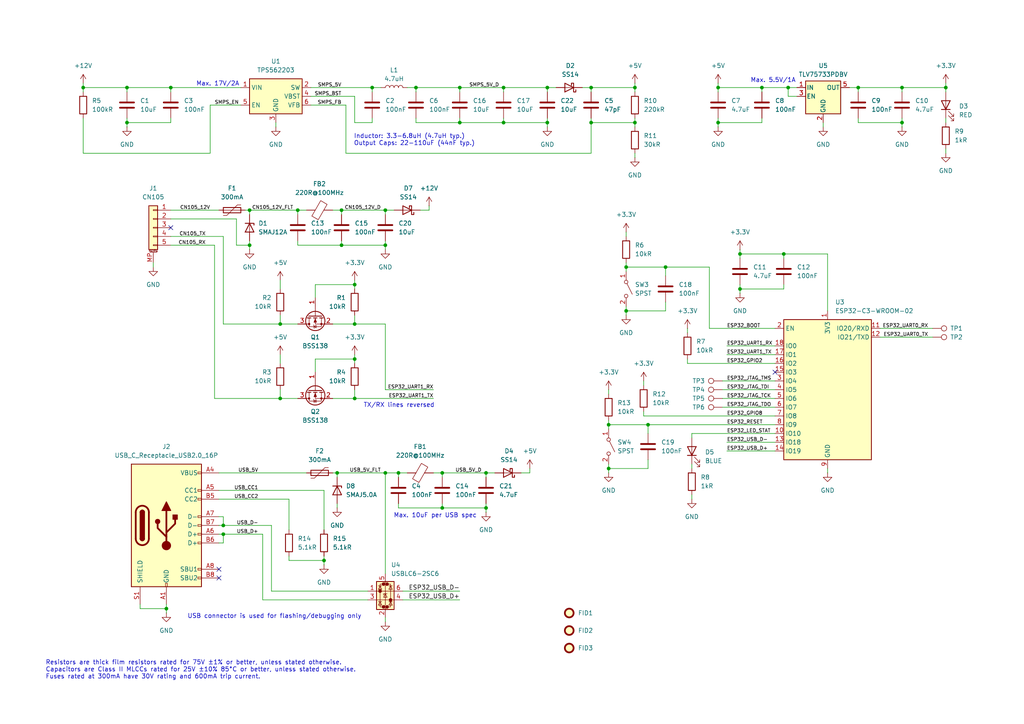
<source format=kicad_sch>
(kicad_sch (version 20231120) (generator "eeschema") (generator_version "8.0")
  (paper "A4")
  (title_block (title "${BOARD_NAME} v${BOARD_VERSION}") (date "${BUILD_TIMESTAMP}") (rev "${BOARD_REVISION}") (company "${BOARD_ENGINEER}") (comment 1 "${BUILD_COMMIT}"))
  (junction (at 115.57 137.16))
  (junction (at 81.28 115.57))
  (junction (at 208.28 25.4))
  (junction (at 181.61 77.47))
  (junction (at 81.28 93.98))
  (junction (at 111.76 137.16))
  (junction (at 128.27 147.32))
  (junction (at 120.65 25.4))
  (junction (at 228.6 25.4))
  (junction (at 261.62 35.56))
  (junction (at 111.76 71.12))
  (junction (at 102.87 115.57))
  (junction (at 193.04 77.47))
  (junction (at 146.05 25.4))
  (junction (at 146.05 35.56))
  (junction (at 36.83 25.4))
  (junction (at 171.45 35.56))
  (junction (at 111.76 60.96))
  (junction (at 176.53 123.19))
  (junction (at 128.27 137.16))
  (junction (at 208.28 35.56))
  (junction (at 133.35 25.4))
  (junction (at 72.39 60.96))
  (junction (at 64.77 154.94))
  (junction (at 36.83 35.56))
  (junction (at 220.98 25.4))
  (junction (at 140.97 137.16))
  (junction (at 107.95 25.4))
  (junction (at 133.35 35.56))
  (junction (at 176.53 135.89))
  (junction (at 102.87 93.98))
  (junction (at 181.61 90.17))
  (junction (at 102.87 104.14))
  (junction (at 184.15 35.56))
  (junction (at 158.75 35.56))
  (junction (at 97.79 137.16))
  (junction (at 99.06 60.96))
  (junction (at 102.87 82.55))
  (junction (at 93.98 162.56))
  (junction (at 187.96 123.19))
  (junction (at 140.97 147.32))
  (junction (at 274.32 25.4))
  (junction (at 72.39 71.12))
  (junction (at 214.63 83.82))
  (junction (at 64.77 152.4))
  (junction (at 171.45 25.4))
  (junction (at 261.62 25.4))
  (junction (at 248.92 25.4))
  (junction (at 48.26 176.53))
  (junction (at 49.53 25.4))
  (junction (at 86.36 60.96))
  (junction (at 184.15 25.4))
  (junction (at 214.63 73.66))
  (junction (at 227.33 73.66))
  (junction (at 158.75 25.4))
  (junction (at 24.13 25.4))
  (junction (at 99.06 71.12))
  (no_connect (at 63.5 167.64))
  (no_connect (at 49.53 66.04))
  (no_connect (at 224.79 107.95))
  (no_connect (at 63.5 165.1))
  (wire (pts (xy 60.96 30.48) (xy 60.96 44.45)))
  (wire (pts (xy 83.82 162.56) (xy 93.98 162.56)))
  (wire (pts (xy 71.12 60.96) (xy 72.39 60.96)))
  (wire (pts (xy 78.74 171.45) (xy 106.68 171.45)))
  (wire (pts (xy 133.35 34.29) (xy 133.35 35.56)))
  (wire (pts (xy 261.62 35.56) (xy 261.62 34.29)))
  (wire (pts (xy 228.6 25.4) (xy 220.98 25.4)))
  (wire (pts (xy 187.96 135.89) (xy 176.53 135.89)))
  (wire (pts (xy 102.87 81.28) (xy 102.87 82.55)))
  (wire (pts (xy 261.62 25.4) (xy 274.32 25.4)))
  (wire (pts (xy 248.92 35.56) (xy 248.92 34.29)))
  (wire (pts (xy 238.76 35.56) (xy 238.76 36.83)))
  (wire (pts (xy 116.84 171.45) (xy 133.35 171.45)))
  (wire (pts (xy 81.28 93.98) (xy 81.28 91.44)))
  (wire (pts (xy 240.03 135.89) (xy 240.03 137.16)))
  (wire (pts (xy 128.27 137.16) (xy 125.73 137.16)))
  (wire (pts (xy 49.53 68.58) (xy 64.77 68.58)))
  (wire (pts (xy 115.57 138.43) (xy 115.57 137.16)))
  (wire (pts (xy 184.15 34.29) (xy 184.15 35.56)))
  (wire (pts (xy 99.06 60.96) (xy 96.52 60.96)))
  (wire (pts (xy 102.87 27.94) (xy 102.87 35.56)))
  (wire (pts (xy 208.28 24.13) (xy 208.28 25.4)))
  (wire (pts (xy 261.62 36.83) (xy 261.62 35.56)))
  (wire (pts (xy 80.01 35.56) (xy 80.01 36.83)))
  (wire (pts (xy 90.17 25.4) (xy 107.95 25.4)))
  (wire (pts (xy 86.36 71.12) (xy 99.06 71.12)))
  (wire (pts (xy 72.39 69.85) (xy 72.39 71.12)))
  (wire (pts (xy 63.5 137.16) (xy 88.9 137.16)))
  (wire (pts (xy 171.45 25.4) (xy 184.15 25.4)))
  (wire (pts (xy 72.39 60.96) (xy 86.36 60.96)))
  (wire (pts (xy 120.65 25.4) (xy 120.65 26.67)))
  (wire (pts (xy 102.87 113.03) (xy 102.87 115.57)))
  (wire (pts (xy 91.44 82.55) (xy 102.87 82.55)))
  (wire (pts (xy 153.67 135.89) (xy 153.67 137.16)))
  (wire (pts (xy 36.83 35.56) (xy 36.83 34.29)))
  (wire (pts (xy 208.28 35.56) (xy 220.98 35.56)))
  (wire (pts (xy 24.13 25.4) (xy 36.83 25.4)))
  (wire (pts (xy 274.32 43.18) (xy 274.32 44.45)))
  (wire (pts (xy 153.67 137.16) (xy 151.13 137.16)))
  (wire (pts (xy 24.13 44.45) (xy 24.13 34.29)))
  (wire (pts (xy 114.3 60.96) (xy 111.76 60.96)))
  (wire (pts (xy 205.74 95.25) (xy 205.74 77.47)))
  (wire (pts (xy 128.27 138.43) (xy 128.27 137.16)))
  (wire (pts (xy 200.66 143.51) (xy 200.66 144.78)))
  (wire (pts (xy 63.5 152.4) (xy 64.77 152.4)))
  (wire (pts (xy 133.35 25.4) (xy 146.05 25.4)))
  (wire (pts (xy 86.36 60.96) (xy 88.9 60.96)))
  (wire (pts (xy 63.5 154.94) (xy 64.77 154.94)))
  (wire (pts (xy 140.97 146.05) (xy 140.97 147.32)))
  (wire (pts (xy 90.17 27.94) (xy 102.87 27.94)))
  (wire (pts (xy 227.33 73.66) (xy 240.03 73.66)))
  (wire (pts (xy 176.53 137.16) (xy 176.53 135.89)))
  (wire (pts (xy 81.28 102.87) (xy 81.28 105.41)))
  (wire (pts (xy 143.51 137.16) (xy 140.97 137.16)))
  (wire (pts (xy 111.76 69.85) (xy 111.76 71.12)))
  (wire (pts (xy 100.33 30.48) (xy 100.33 44.45)))
  (wire (pts (xy 261.62 35.56) (xy 248.92 35.56)))
  (wire (pts (xy 193.04 80.01) (xy 193.04 77.47)))
  (wire (pts (xy 48.26 175.26) (xy 48.26 176.53)))
  (wire (pts (xy 81.28 115.57) (xy 81.28 113.03)))
  (wire (pts (xy 102.87 91.44) (xy 102.87 93.98)))
  (wire (pts (xy 133.35 25.4) (xy 133.35 26.67)))
  (wire (pts (xy 208.28 25.4) (xy 208.28 26.67)))
  (wire (pts (xy 49.53 35.56) (xy 49.53 34.29)))
  (wire (pts (xy 102.87 35.56) (xy 107.95 35.56)))
  (wire (pts (xy 255.27 95.25) (xy 270.51 95.25)))
  (wire (pts (xy 261.62 25.4) (xy 261.62 26.67)))
  (wire (pts (xy 124.46 59.69) (xy 124.46 60.96)))
  (wire (pts (xy 102.87 93.98) (xy 96.52 93.98)))
  (wire (pts (xy 140.97 137.16) (xy 140.97 138.43)))
  (wire (pts (xy 97.79 146.05) (xy 97.79 147.32)))
  (wire (pts (xy 210.82 102.87) (xy 224.79 102.87)))
  (wire (pts (xy 111.76 71.12) (xy 99.06 71.12)))
  (wire (pts (xy 171.45 34.29) (xy 171.45 35.56)))
  (wire (pts (xy 49.53 60.96) (xy 63.5 60.96)))
  (wire (pts (xy 209.55 113.03) (xy 224.79 113.03)))
  (wire (pts (xy 64.77 157.48) (xy 64.77 154.94)))
  (wire (pts (xy 231.14 25.4) (xy 228.6 25.4)))
  (wire (pts (xy 49.53 71.12) (xy 62.23 71.12)))
  (wire (pts (xy 86.36 71.12) (xy 86.36 69.85)))
  (wire (pts (xy 100.33 44.45) (xy 171.45 44.45)))
  (wire (pts (xy 210.82 130.81) (xy 224.79 130.81)))
  (wire (pts (xy 24.13 24.13) (xy 24.13 25.4)))
  (wire (pts (xy 171.45 44.45) (xy 171.45 35.56)))
  (wire (pts (xy 186.69 120.65) (xy 224.79 120.65)))
  (wire (pts (xy 209.55 110.49) (xy 224.79 110.49)))
  (wire (pts (xy 228.6 27.94) (xy 228.6 25.4)))
  (wire (pts (xy 220.98 25.4) (xy 220.98 26.67)))
  (wire (pts (xy 214.63 73.66) (xy 214.63 74.93)))
  (wire (pts (xy 63.5 142.24) (xy 93.98 142.24)))
  (wire (pts (xy 205.74 77.47) (xy 193.04 77.47)))
  (wire (pts (xy 199.39 105.41) (xy 224.79 105.41)))
  (wire (pts (xy 40.64 176.53) (xy 48.26 176.53)))
  (wire (pts (xy 248.92 25.4) (xy 248.92 26.67)))
  (wire (pts (xy 36.83 25.4) (xy 36.83 26.67)))
  (wire (pts (xy 208.28 36.83) (xy 208.28 35.56)))
  (wire (pts (xy 200.66 134.62) (xy 200.66 135.89)))
  (wire (pts (xy 40.64 175.26) (xy 40.64 176.53)))
  (wire (pts (xy 93.98 161.29) (xy 93.98 162.56)))
  (wire (pts (xy 64.77 68.58) (xy 64.77 93.98)))
  (wire (pts (xy 255.27 97.79) (xy 270.51 97.79)))
  (wire (pts (xy 120.65 35.56) (xy 120.65 34.29)))
  (wire (pts (xy 181.61 77.47) (xy 181.61 78.74)))
  (wire (pts (xy 186.69 110.49) (xy 186.69 111.76)))
  (wire (pts (xy 90.17 30.48) (xy 100.33 30.48)))
  (wire (pts (xy 83.82 161.29) (xy 83.82 162.56)))
  (wire (pts (xy 171.45 35.56) (xy 184.15 35.56)))
  (wire (pts (xy 44.45 76.2) (xy 44.45 77.47)))
  (wire (pts (xy 68.58 63.5) (xy 68.58 71.12)))
  (wire (pts (xy 36.83 35.56) (xy 49.53 35.56)))
  (wire (pts (xy 140.97 147.32) (xy 128.27 147.32)))
  (wire (pts (xy 111.76 137.16) (xy 115.57 137.16)))
  (wire (pts (xy 158.75 25.4) (xy 158.75 26.67)))
  (wire (pts (xy 91.44 107.95) (xy 91.44 104.14)))
  (wire (pts (xy 181.61 90.17) (xy 181.61 88.9)))
  (wire (pts (xy 214.63 83.82) (xy 214.63 85.09)))
  (wire (pts (xy 184.15 25.4) (xy 184.15 24.13)))
  (wire (pts (xy 49.53 63.5) (xy 68.58 63.5)))
  (wire (pts (xy 93.98 163.83) (xy 93.98 162.56)))
  (wire (pts (xy 64.77 93.98) (xy 81.28 93.98)))
  (wire (pts (xy 214.63 83.82) (xy 214.63 82.55)))
  (wire (pts (xy 76.2 154.94) (xy 76.2 173.99)))
  (wire (pts (xy 214.63 72.39) (xy 214.63 73.66)))
  (wire (pts (xy 193.04 90.17) (xy 181.61 90.17)))
  (wire (pts (xy 200.66 125.73) (xy 200.66 127)))
  (wire (pts (xy 184.15 35.56) (xy 184.15 36.83)))
  (wire (pts (xy 36.83 25.4) (xy 49.53 25.4)))
  (wire (pts (xy 60.96 44.45) (xy 24.13 44.45)))
  (wire (pts (xy 176.53 121.92) (xy 176.53 123.19)))
  (wire (pts (xy 181.61 91.44) (xy 181.61 90.17)))
  (wire (pts (xy 115.57 147.32) (xy 115.57 146.05)))
  (wire (pts (xy 208.28 35.56) (xy 208.28 34.29)))
  (wire (pts (xy 91.44 104.14) (xy 102.87 104.14)))
  (wire (pts (xy 120.65 35.56) (xy 133.35 35.56)))
  (wire (pts (xy 36.83 36.83) (xy 36.83 35.56)))
  (wire (pts (xy 99.06 69.85) (xy 99.06 71.12)))
  (wire (pts (xy 214.63 73.66) (xy 227.33 73.66)))
  (wire (pts (xy 128.27 137.16) (xy 140.97 137.16)))
  (wire (pts (xy 120.65 25.4) (xy 133.35 25.4)))
  (wire (pts (xy 248.92 25.4) (xy 261.62 25.4)))
  (wire (pts (xy 227.33 83.82) (xy 227.33 82.55)))
  (wire (pts (xy 124.46 60.96) (xy 121.92 60.96)))
  (wire (pts (xy 49.53 25.4) (xy 49.53 26.67)))
  (wire (pts (xy 97.79 137.16) (xy 111.76 137.16)))
  (wire (pts (xy 111.76 113.03) (xy 111.76 93.98)))
  (wire (pts (xy 158.75 35.56) (xy 146.05 35.56)))
  (wire (pts (xy 214.63 83.82) (xy 227.33 83.82)))
  (wire (pts (xy 81.28 81.28) (xy 81.28 83.82)))
  (wire (pts (xy 64.77 149.86) (xy 64.77 152.4)))
  (wire (pts (xy 210.82 100.33) (xy 224.79 100.33)))
  (wire (pts (xy 102.87 115.57) (xy 96.52 115.57)))
  (wire (pts (xy 111.76 62.23) (xy 111.76 60.96)))
  (wire (pts (xy 93.98 153.67) (xy 93.98 142.24)))
  (wire (pts (xy 83.82 153.67) (xy 83.82 144.78)))
  (wire (pts (xy 209.55 115.57) (xy 224.79 115.57)))
  (wire (pts (xy 86.36 62.23) (xy 86.36 60.96)))
  (wire (pts (xy 102.87 104.14) (xy 102.87 105.41)))
  (wire (pts (xy 227.33 73.66) (xy 227.33 74.93)))
  (wire (pts (xy 115.57 147.32) (xy 128.27 147.32)))
  (wire (pts (xy 193.04 77.47) (xy 181.61 77.47)))
  (wire (pts (xy 176.53 123.19) (xy 187.96 123.19)))
  (wire (pts (xy 116.84 173.99) (xy 133.35 173.99)))
  (wire (pts (xy 176.53 123.19) (xy 176.53 124.46)))
  (wire (pts (xy 200.66 125.73) (xy 224.79 125.73)))
  (wire (pts (xy 60.96 30.48) (xy 69.85 30.48)))
  (wire (pts (xy 64.77 152.4) (xy 78.74 152.4)))
  (wire (pts (xy 78.74 152.4) (xy 78.74 171.45)))
  (wire (pts (xy 86.36 93.98) (xy 81.28 93.98)))
  (wire (pts (xy 63.5 144.78) (xy 83.82 144.78)))
  (wire (pts (xy 168.91 25.4) (xy 171.45 25.4)))
  (wire (pts (xy 118.11 25.4) (xy 120.65 25.4)))
  (wire (pts (xy 199.39 95.25) (xy 199.39 96.52)))
  (wire (pts (xy 140.97 148.59) (xy 140.97 147.32)))
  (wire (pts (xy 64.77 154.94) (xy 76.2 154.94)))
  (wire (pts (xy 158.75 34.29) (xy 158.75 35.56)))
  (wire (pts (xy 181.61 67.31) (xy 181.61 68.58)))
  (wire (pts (xy 176.53 113.03) (xy 176.53 114.3)))
  (wire (pts (xy 72.39 60.96) (xy 72.39 62.23)))
  (wire (pts (xy 187.96 123.19) (xy 224.79 123.19)))
  (wire (pts (xy 240.03 90.17) (xy 240.03 73.66)))
  (wire (pts (xy 209.55 118.11) (xy 224.79 118.11)))
  (wire (pts (xy 115.57 137.16) (xy 118.11 137.16)))
  (wire (pts (xy 96.52 137.16) (xy 97.79 137.16)))
  (wire (pts (xy 158.75 25.4) (xy 161.29 25.4)))
  (wire (pts (xy 24.13 26.67) (xy 24.13 25.4)))
  (wire (pts (xy 111.76 72.39) (xy 111.76 71.12)))
  (wire (pts (xy 107.95 25.4) (xy 110.49 25.4)))
  (wire (pts (xy 205.74 95.25) (xy 224.79 95.25)))
  (wire (pts (xy 220.98 25.4) (xy 208.28 25.4)))
  (wire (pts (xy 133.35 35.56) (xy 146.05 35.56)))
  (wire (pts (xy 220.98 35.56) (xy 220.98 34.29)))
  (wire (pts (xy 49.53 25.4) (xy 69.85 25.4)))
  (wire (pts (xy 99.06 60.96) (xy 111.76 60.96)))
  (wire (pts (xy 111.76 179.07) (xy 111.76 180.34)))
  (wire (pts (xy 111.76 137.16) (xy 111.76 166.37)))
  (wire (pts (xy 72.39 71.12) (xy 72.39 72.39)))
  (wire (pts (xy 102.87 82.55) (xy 102.87 83.82)))
  (wire (pts (xy 111.76 113.03) (xy 125.73 113.03)))
  (wire (pts (xy 102.87 115.57) (xy 125.73 115.57)))
  (wire (pts (xy 68.58 71.12) (xy 72.39 71.12)))
  (wire (pts (xy 107.95 25.4) (xy 107.95 26.67)))
  (wire (pts (xy 97.79 137.16) (xy 97.79 138.43)))
  (wire (pts (xy 158.75 36.83) (xy 158.75 35.56)))
  (wire (pts (xy 274.32 34.29) (xy 274.32 35.56)))
  (wire (pts (xy 231.14 27.94) (xy 228.6 27.94)))
  (wire (pts (xy 274.32 25.4) (xy 274.32 26.67)))
  (wire (pts (xy 184.15 44.45) (xy 184.15 45.72)))
  (wire (pts (xy 187.96 123.19) (xy 187.96 125.73)))
  (wire (pts (xy 186.69 119.38) (xy 186.69 120.65)))
  (wire (pts (xy 48.26 176.53) (xy 48.26 177.8)))
  (wire (pts (xy 210.82 128.27) (xy 224.79 128.27)))
  (wire (pts (xy 184.15 25.4) (xy 184.15 26.67)))
  (wire (pts (xy 193.04 87.63) (xy 193.04 90.17)))
  (wire (pts (xy 86.36 115.57) (xy 81.28 115.57)))
  (wire (pts (xy 187.96 133.35) (xy 187.96 135.89)))
  (wire (pts (xy 107.95 35.56) (xy 107.95 34.29)))
  (wire (pts (xy 62.23 115.57) (xy 81.28 115.57)))
  (wire (pts (xy 62.23 71.12) (xy 62.23 115.57)))
  (wire (pts (xy 111.76 93.98) (xy 102.87 93.98)))
  (wire (pts (xy 63.5 157.48) (xy 64.77 157.48)))
  (wire (pts (xy 63.5 149.86) (xy 64.77 149.86)))
  (wire (pts (xy 181.61 76.2) (xy 181.61 77.47)))
  (wire (pts (xy 91.44 86.36) (xy 91.44 82.55)))
  (wire (pts (xy 176.53 134.62) (xy 176.53 135.89)))
  (wire (pts (xy 128.27 146.05) (xy 128.27 147.32)))
  (wire (pts (xy 171.45 25.4) (xy 171.45 26.67)))
  (wire (pts (xy 99.06 62.23) (xy 99.06 60.96)))
  (wire (pts (xy 246.38 25.4) (xy 248.92 25.4)))
  (wire (pts (xy 102.87 102.87) (xy 102.87 104.14)))
  (wire (pts (xy 274.32 25.4) (xy 274.32 24.13)))
  (wire (pts (xy 76.2 173.99) (xy 106.68 173.99)))
  (wire (pts (xy 199.39 104.14) (xy 199.39 105.41)))
  (wire (pts (xy 146.05 25.4) (xy 158.75 25.4)))
  (wire (pts (xy 146.05 25.4) (xy 146.05 26.67)))
  (wire (pts (xy 146.05 34.29) (xy 146.05 35.56)))
  (text "TX/RX lines reversed" (at 105.41 117.602 0) (effects (font (size 1.27 1.27)) (justify left)))
  (text "Max. 17V/2A" (at 56.896 24.384 0) (effects (font (size 1.27 1.27)) (justify left)))
  (text "Inductor: 3.3-6.8uH (4.7uH typ.)\nOutput Caps: 22-110uF (44nF typ.)\n\n" (at 102.616 41.656 0) (effects (font (size 1.27 1.27)) (justify left)))
  (text "Max. 10uF per USB spec" (at 126.238 149.606 0) (effects (font (size 1.27 1.27))))
  (text "USB connector is used for flashing/debugging only" (at 54.356 178.816 0) (effects (font (size 1.27 1.27)) (justify left)))
  (text "Max. 5.5V/1A" (at 217.678 23.368 0) (effects (font (size 1.27 1.27)) (justify left)))
  (text "Resistors are thick film resistors rated for 75V ±1% or better, unless stated otherwise.\nCapacitors are Class II MLCCs rated for 25V ±10% 85°C or better, unless stated otherwise.\nFuses rated at 300mA have 30V rating and 600mA trip current." (at 13.208 194.31 0) (effects (font (size 1.27 1.27)) (justify left)))
  (label "CN105_12V_D" (at 110.49 60.96 180) (effects (font (size 1.016 1.016))))
  (label "USB_5V" (at 74.93 137.16 180) (effects (font (size 1.016 1.016))))
  (label "USB_5V_FLT" (at 110.49 137.16 180) (effects (font (size 1.016 1.016))))
  (label "USB_5V_D" (at 139.7 137.16 180) (effects (font (size 1.016 1.016))))
  (label "ESP32_BOOT" (at 210.82 95.25 0) (effects (font (size 1.016 1.016))))
  (label "ESP32_JTAG_TCK" (at 210.82 115.57 0) (effects (font (size 1.016 1.016))))
  (label "CN105_12V_FLT" (at 85.09 60.96 180) (effects (font (size 1.016 1.016))))
  (label "ESP32_GPIO8" (at 210.82 120.65 0) (effects (font (size 1.016 1.016))))
  (label "CN105_RX" (at 59.69 71.12 180) (effects (font (size 1.016 1.016))))
  (label "ESP32_GPIO2" (at 210.82 105.41 0) (effects (font (size 1.016 1.016))))
  (label "CN105_12V" (at 60.96 60.96 180) (effects (font (size 1.016 1.016))))
  (label "USB_D+" (at 74.93 154.94 180) (effects (font (size 1.016 1.016))))
  (label "SMPS_FB" (at 99.06 30.48 180) (effects (font (size 1.016 1.016))))
  (label "USB_CC1" (at 74.93 142.24 180) (effects (font (size 1.016 1.016))))
  (label "ESP32_JTAG_TMS" (at 210.82 110.49 0) (effects (font (size 1.016 1.016))))
  (label "ESP32_JTAG_TDO" (at 210.82 118.11 0) (effects (font (size 1.016 1.016))))
  (label "SMPS_EN" (at 62.23 30.48 0) (effects (font (size 1.016 1.016))))
  (label "CN105_TX" (at 59.69 68.58 180) (effects (font (size 1.016 1.016))))
  (label "SMPS_BST" (at 99.06 27.94 180) (effects (font (size 1.016 1.016))))
  (label "SMPS_5V_D" (at 144.78 25.4 180) (effects (font (size 1.016 1.016))))
  (label "ESP32_UART1_RX" (at 125.73 113.03 180) (effects (font (size 1.016 1.016))))
  (label "ESP32_UART0_TX" (at 269.24 97.79 180) (effects (font (size 1.016 1.016))))
  (label "ESP32_USB_D+" (at 210.82 130.81 0) (effects (font (size 1.016 1.016))))
  (label "ESP32_UART1_TX" (at 210.82 102.87 0) (effects (font (size 1.016 1.016))))
  (label "ESP32_UART0_RX" (at 269.24 95.25 180) (effects (font (size 1.016 1.016))))
  (label "ESP32_UART1_TX" (at 125.73 115.57 180) (effects (font (size 1.016 1.016))))
  (label "ESP32_USB_D-" (at 210.82 128.27 0) (effects (font (size 1.016 1.016))))
  (label "USB_CC2" (at 74.93 144.78 180) (effects (font (size 1.016 1.016))))
  (label "ESP32_LED_STAT" (at 210.82 125.73 0) (effects (font (size 1.016 1.016))))
  (label "USB_D-" (at 74.93 152.4 180) (effects (font (size 1.016 1.016))))
  (label "ESP32_JTAG_TDI" (at 210.82 113.03 0) (effects (font (size 1.016 1.016))))
  (label "SMPS_5V" (at 99.06 25.4 180) (effects (font (size 1.016 1.016))))
  (label "ESP32_UART1_RX" (at 210.82 100.33 0) (effects (font (size 1.016 1.016))))
  (label "ESP32_RESET" (at 210.82 123.19 0) (effects (font (size 1.016 1.016))))
  (label "ESP32_USB_D-" (at 133.35 171.45 180))
  (label "ESP32_USB_D+" (at 133.35 173.99 180))
  (symbol (lib_id "Device:R") (at 24.13 30.48 0) (unit 1)
    (property "Reference" "R5" (at 26.67 29.2099 0) (effects (justify left)))
    (property "Value" "100kR" (at 26.67 31.7499 0) (effects (justify left)))
    (property "Footprint" "Resistor_SMD:R_0603_1608Metric" (effects (hide yes)))
    (property "Datasheet" "https://www.lcsc.com/datasheet/lcsc_datasheet_1809281124_YAGEO-RC0603FR-07100KL_C14675.pdf" (effects (hide yes)))
    (property "Description" "Resistor" (effects (hide yes)))
    (property "Distributor" "LCSC" (effects (hide yes)))
    (property "Distributor Part Number" "C14675" (effects (hide yes)))
    (property "Manufacturer" "YAGEO" (effects (hide yes)))
    (property "Manufacturer Part Number" "RC0603FR-07100KL" (effects (hide yes)))
  )
  (symbol (lib_id "power:GND") (at 36.83 36.83 0) (unit 1)
    (property "Reference" "#PWR018" (effects (hide yes)))
    (property "Value" "GND" (at 36.83 41.91 0))
    (property "Description" "Power symbol creates a global label with name \"GND\" , ground" (effects (hide yes)))
  )
  (symbol (lib_id "power:+5V") (at 184.15 24.13 0) (unit 1)
    (property "Reference" "#PWR010" (effects (hide yes)))
    (property "Value" "+5V" (at 184.15 19.05 0))
    (property "Description" "Power symbol creates a global label with name \"+5V\"" (effects (hide yes)))
  )
  (symbol (lib_id "Device:C") (at 261.62 30.48 0) (unit 1)
    (property "Reference" "C10" (at 265.43 29.2099 0) (effects (justify left)))
    (property "Value" "4.7uF" (at 265.43 31.7499 0) (effects (justify left)))
    (property "Footprint" "Capacitor_SMD:C_0603_1608Metric" (effects (hide yes)))
    (property "Datasheet" "https://www.lcsc.com/datasheet/lcsc_datasheet_2412232101_Murata-Electronics-GRM188R61E475KE11D_C90057.pdf" (effects (hide yes)))
    (property "Description" "Unpolarized capacitor" (effects (hide yes)))
    (property "Distributor" "LCSC" (effects (hide yes)))
    (property "Distributor Part Number" "C90057" (effects (hide yes)))
    (property "Manufacturer" "Murata Electronics" (effects (hide yes)))
    (property "Manufacturer Part Number" "GRM188R61E475KE11D" (effects (hide yes)))
  )
  (symbol (lib_id "Device:C") (at 171.45 30.48 0) (unit 1)
    (property "Reference" "C5" (at 175.26 29.2099 0) (effects (justify left)))
    (property "Value" "47pF" (at 175.26 31.7499 0) (effects (justify left)))
    (property "Footprint" "Capacitor_SMD:C_0603_1608Metric" (effects (hide yes)))
    (property "Datasheet" "https://www.lcsc.com/datasheet/lcsc_datasheet_2304140030_Samsung-Electro-Mechanics-CL10C470JB8NNNC_C1671.pdf" (effects (hide yes)))
    (property "Description" "Unpolarized capacitor" (effects (hide yes)))
    (property "Distributor" "LCSC" (effects (hide yes)))
    (property "Distributor Part Number" "C1671" (effects (hide yes)))
    (property "Manufacturer" "Samsung Electro-Mechanics" (effects (hide yes)))
    (property "Manufacturer Part Number" "CL10C470JB8NNNC" (effects (hide yes)))
  )
  (symbol (lib_id "Device:R") (at 200.66 139.7 0) (unit 1)
    (property "Reference" "R8" (at 203.2 138.4299 0) (effects (justify left)))
    (property "Value" "1kR" (at 203.2 140.9699 0) (effects (justify left)))
    (property "Footprint" "Resistor_SMD:R_0603_1608Metric" (effects (hide yes)))
    (property "Datasheet" "https://www.lcsc.com/datasheet/lcsc_datasheet_2304140030_YAGEO-RC0603FR-071KL_C22548.pdf" (effects (hide yes)))
    (property "Description" "Resistor" (effects (hide yes)))
    (property "Distributor" "LCSC" (effects (hide yes)))
    (property "Distributor Part Number" "C22548" (effects (hide yes)))
    (property "Manufacturer" "YAGEO" (effects (hide yes)))
    (property "Manufacturer Part Number" "RC0603FR-071KL" (effects (hide yes)))
  )
  (symbol (lib_id "power:GND") (at 238.76 36.83 0) (unit 1)
    (property "Reference" "#PWR08" (effects (hide yes)))
    (property "Value" "GND" (at 238.76 41.91 0))
    (property "Description" "Power symbol creates a global label with name \"GND\" , ground" (effects (hide yes)))
  )
  (symbol (lib_id "Mechanical:Fiducial") (at 165.1 177.8 270) (unit 1) (exclude_from_sim yes) (in_bom no)
    (property "Reference" "FID1" (at 167.64 177.7999 90) (effects (justify left)))
    (property "Value" "Fiducial" (effects (hide yes)))
    (property "Footprint" "Fiducial:Fiducial_1mm_Mask2mm" (effects (hide yes)))
    (property "Description" "Fiducial Marker" (effects (hide yes)))
  )
  (symbol (lib_id "power:GND") (at 97.79 147.32 0) (unit 1)
    (property "Reference" "#PWR035" (effects (hide yes)))
    (property "Value" "GND" (at 97.79 152.4 0))
    (property "Description" "Power symbol creates a global label with name \"GND\" , ground" (effects (hide yes)))
  )
  (symbol (lib_id "Device:C") (at 120.65 30.48 0) (unit 1)
    (property "Reference" "C6" (at 124.46 29.2099 0) (effects (justify left)))
    (property "Value" "100nF" (at 124.46 31.7499 0) (effects (justify left)))
    (property "Footprint" "Capacitor_SMD:C_0603_1608Metric" (effects (hide yes)))
    (property "Datasheet" "https://www.lcsc.com/datasheet/lcsc_datasheet_2409272231_YAGEO-CC0603JRX7R9BB104_C91183.pdf" (effects (hide yes)))
    (property "Description" "Unpolarized capacitor" (effects (hide yes)))
    (property "Distributor" "LCSC" (effects (hide yes)))
    (property "Distributor Part Number" "C91183" (effects (hide yes)))
    (property "Manufacturer" "YAGEO" (effects (hide yes)))
    (property "Manufacturer Part Number" "CC0603JRX7R9BB104" (effects (hide yes)))
  )
  (symbol (lib_id "Device:C") (at 111.76 66.04 0) (unit 1)
    (property "Reference" "C20" (at 115.57 64.7699 0) (effects (justify left)))
    (property "Value" "10uF" (at 115.57 67.3099 0) (effects (justify left)))
    (property "Footprint" "Capacitor_SMD:C_0603_1608Metric" (effects (hide yes)))
    (property "Datasheet" "https://www.lcsc.com/datasheet/lcsc_datasheet_2409301202_Murata-Electronics-GRM188R61E106KA73D_C344022.pdf" (effects (hide yes)))
    (property "Description" "Unpolarized capacitor" (effects (hide yes)))
    (property "Distributor" "LCSC" (effects (hide yes)))
    (property "Distributor Part Number" "C344022" (effects (hide yes)))
    (property "Manufacturer" "Murata Electronics" (effects (hide yes)))
    (property "Manufacturer Part Number" "GRM188R61E106KA73D" (effects (hide yes)))
  )
  (symbol (lib_id "Device:C") (at 36.83 30.48 0) (unit 1)
    (property "Reference" "C1" (at 40.64 29.2099 0) (effects (justify left)))
    (property "Value" "10uF" (at 40.64 31.7499 0) (effects (justify left)))
    (property "Footprint" "Capacitor_SMD:C_0603_1608Metric" (effects (hide yes)))
    (property "Datasheet" "https://www.lcsc.com/datasheet/lcsc_datasheet_2409301202_Murata-Electronics-GRM188R61E106KA73D_C344022.pdf" (effects (hide yes)))
    (property "Description" "Unpolarized capacitor" (effects (hide yes)))
    (property "Distributor" "LCSC" (effects (hide yes)))
    (property "Distributor Part Number" "C344022" (effects (hide yes)))
    (property "Manufacturer" "Murata Electronics" (effects (hide yes)))
    (property "Manufacturer Part Number" "GRM188R61E106KA73D" (effects (hide yes)))
  )
  (symbol (lib_id "Device:C") (at 227.33 78.74 0) (unit 1)
    (property "Reference" "C12" (at 231.14 77.4699 0) (effects (justify left)))
    (property "Value" "100nF" (at 231.14 80.0099 0) (effects (justify left)))
    (property "Footprint" "Capacitor_SMD:C_0603_1608Metric" (effects (hide yes)))
    (property "Datasheet" "https://www.lcsc.com/datasheet/lcsc_datasheet_2409272231_YAGEO-CC0603JRX7R9BB104_C91183.pdf" (effects (hide yes)))
    (property "Description" "Unpolarized capacitor" (effects (hide yes)))
    (property "Distributor" "LCSC" (effects (hide yes)))
    (property "Distributor Part Number" "C91183" (effects (hide yes)))
    (property "Manufacturer" "YAGEO" (effects (hide yes)))
    (property "Manufacturer Part Number" "CC0603JRX7R9BB104" (effects (hide yes)))
  )
  (symbol (lib_id "Device:R") (at 184.15 40.64 0) (unit 1)
    (property "Reference" "R11" (at 186.69 39.3699 0) (effects (justify left)))
    (property "Value" "30kR" (at 186.69 41.9099 0) (effects (justify left)))
    (property "Footprint" "Resistor_SMD:R_0603_1608Metric" (effects (hide yes)))
    (property "Datasheet" "https://www.lcsc.com/datasheet/lcsc_datasheet_2304140030_YAGEO-RC0603FR-0730RL_C128060.pdf" (effects (hide yes)))
    (property "Description" "Resistor" (effects (hide yes)))
    (property "Distributor" "LCSC" (effects (hide yes)))
    (property "Distributor Part Number" "C128060" (effects (hide yes)))
    (property "Manufacturer" "YAGEO" (effects (hide yes)))
    (property "Manufacturer Part Number" "RC0603FR-0730RL" (effects (hide yes)))
  )
  (symbol (lib_id "Device:C") (at 86.36 66.04 0) (unit 1)
    (property "Reference" "C13" (at 90.17 64.7699 0) (effects (justify left)))
    (property "Value" "100nF" (at 90.17 67.3099 0) (effects (justify left)))
    (property "Footprint" "Capacitor_SMD:C_0603_1608Metric" (effects (hide yes)))
    (property "Datasheet" "https://www.lcsc.com/datasheet/lcsc_datasheet_2409272231_YAGEO-CC0603JRX7R9BB104_C91183.pdf" (effects (hide yes)))
    (property "Description" "Unpolarized capacitor" (effects (hide yes)))
    (property "Distributor" "LCSC" (effects (hide yes)))
    (property "Distributor Part Number" "C91183" (effects (hide yes)))
    (property "Manufacturer" "YAGEO" (effects (hide yes)))
    (property "Manufacturer Part Number" "CC0603JRX7R9BB104" (effects (hide yes)))
  )
  (symbol (lib_id "Device:FerriteBead") (at 92.71 60.96 90) (unit 1)
    (property "Reference" "FB2" (at 92.6592 53.34 90))
    (property "Value" "220R@100MHz" (at 92.6592 55.88 90))
    (property "Footprint" "Inductor_SMD:L_0805_2012Metric" (effects (hide yes)))
    (property "Datasheet" "https://www.lcsc.com/datasheet/lcsc_datasheet_2304140030_Murata-Electronics-BLM21PG221SN1D_C85840.pdf" (effects (hide yes)))
    (property "Description" "Ferrite bead" (effects (hide yes)))
    (property "Distributor" "LCSC" (effects (hide yes)))
    (property "Distributor Part Number" "C85840" (effects (hide yes)))
    (property "Manufacturer" "Murata Electronics" (effects (hide yes)))
    (property "Manufacturer Part Number" "BLM21PG221SN1D" (effects (hide yes)))
  )
  (symbol (lib_id "Device:C") (at 140.97 142.24 0) (unit 1)
    (property "Reference" "C21" (at 144.78 140.9699 0) (effects (justify left)))
    (property "Value" "4.7uF" (at 144.78 143.5099 0) (effects (justify left)))
    (property "Footprint" "Capacitor_SMD:C_0603_1608Metric" (effects (hide yes)))
    (property "Datasheet" "https://www.lcsc.com/datasheet/lcsc_datasheet_2412232101_Murata-Electronics-GRM188R61E475KE11D_C90057.pdf" (effects (hide yes)))
    (property "Description" "Unpolarized capacitor" (effects (hide yes)))
    (property "Distributor" "LCSC" (effects (hide yes)))
    (property "Distributor Part Number" "C90057" (effects (hide yes)))
    (property "Manufacturer" "Murata Electronics" (effects (hide yes)))
    (property "Manufacturer Part Number" "GRM188R61E475KE11D" (effects (hide yes)))
  )
  (symbol (lib_id "Device:R") (at 81.28 109.22 0) (mirror y) (unit 1)
    (property "Reference" "R3" (at 78.74 107.9499 0) (effects (justify left)))
    (property "Value" "10kR" (at 78.74 110.4899 0) (effects (justify left)))
    (property "Footprint" "Resistor_SMD:R_0603_1608Metric" (effects (hide yes)))
    (property "Datasheet" "https://www.lcsc.com/datasheet/lcsc_datasheet_2304140030_YAGEO-RC0603FR-0710KL_C98220.pdf" (effects (hide yes)))
    (property "Description" "Resistor" (effects (hide yes)))
    (property "Distributor" "LCSC" (effects (hide yes)))
    (property "Distributor Part Number" "C98220" (effects (hide yes)))
    (property "Manufacturer" "YAGEO" (effects (hide yes)))
    (property "Manufacturer Part Number" "RC0603FR-0710KL" (effects (hide yes)))
  )
  (symbol (lib_id "Device:D_Schottky") (at 165.1 25.4 180) (unit 1)
    (property "Reference" "D2" (at 165.4175 19.05 0))
    (property "Value" "SS14" (at 165.4175 21.59 0))
    (property "Footprint" "Diode_SMD:D_SMA" (effects (hide yes)))
    (property "Datasheet" "https://www.lcsc.com/datasheet/lcsc_datasheet_2410010231_onsemi-SS14_C83852.pdf" (effects (hide yes)))
    (property "Description" "Schottky diode" (effects (hide yes)))
    (property "Distributor" "LCSC" (effects (hide yes)))
    (property "Distributor Part Number" "C83852" (effects (hide yes)))
    (property "Manufacturer" "onsemi" (effects (hide yes)))
    (property "Manufacturer Part Number" "SS14" (effects (hide yes)))
  )
  (symbol (lib_id "power:GND") (at 240.03 137.16 0) (unit 1)
    (property "Reference" "#PWR06" (effects (hide yes)))
    (property "Value" "GND" (at 240.03 142.24 0))
    (property "Description" "Power symbol creates a global label with name \"GND\" , ground" (effects (hide yes)))
  )
  (symbol (lib_id "power:GND") (at 80.01 36.83 0) (unit 1)
    (property "Reference" "#PWR05" (effects (hide yes)))
    (property "Value" "GND" (at 80.01 41.91 0))
    (property "Description" "Power symbol creates a global label with name \"GND\" , ground" (effects (hide yes)))
  )
  (symbol (lib_id "Regulator_Switching:TPS562203") (at 80.01 27.94 0) (unit 1)
    (property "Reference" "U1" (at 80.01 17.78 0))
    (property "Value" "TPS562203" (at 80.01 20.32 0))
    (property "Footprint" "Package_TO_SOT_SMD:SOT-563" (effects (hide yes)))
    (property "Datasheet" "https://www.ti.com/lit/ds/symlink/tps562203.pdf" (effects (hide yes)))
    (property "Description" "2A Synchronous Step-Down Voltage Regulator 600kHz, Adjustable Output Voltage, 4.5-17V Input Voltage, 0.6V-7V Output Voltage, SOT-563" (effects (hide yes)))
    (property "Distributor" "LCSC" (effects (hide yes)))
    (property "Distributor Part Number" "C22445511" (effects (hide yes)))
    (property "Manufacturer" "Texas Instruments" (effects (hide yes)))
    (property "Manufacturer Part Number" "TPS562203DRLR" (effects (hide yes)))
  )
  (symbol (lib_id "RF_Module:ESP32-C3-WROOM-02") (at 240.03 113.03 0) (unit 1)
    (property "Reference" "U3" (at 242.2241 87.63 0) (effects (justify left)))
    (property "Value" "ESP32-C3-WROOM-02" (at 242.2241 90.17 0) (effects (justify left)))
    (property "Footprint" "RF_Module:ESP32-C3-WROOM-02" (effects (hide yes)))
    (property "Datasheet" "https://www.espressif.com/sites/default/files/documentation/esp32-c3-wroom-02_datasheet_en.pdf" (effects (hide yes)))
    (property "Description" "802.11 b/g/n Wi­Fi and Bluetooth 5 module, ESP32­C3 SoC, RISC­V microprocessor, On-board antenna" (effects (hide yes)))
    (property "Distributor" "LCSC" (effects (hide yes)))
    (property "Distributor Part Number" "C2934560" (effects (hide yes)))
    (property "Manufacturer" "Espressif Systems" (effects (hide yes)))
    (property "Manufacturer Part Number" "ESP32-C3-WROOM-02-N4" (effects (hide yes)))
  )
  (symbol (lib_id "Device:R") (at 184.15 30.48 0) (unit 1)
    (property "Reference" "R10" (at 186.69 29.2099 0) (effects (justify left)))
    (property "Value" "220kR" (at 186.69 31.7499 0) (effects (justify left)))
    (property "Footprint" "Resistor_SMD:R_0603_1608Metric" (effects (hide yes)))
    (property "Datasheet" "https://www.lcsc.com/datasheet/lcsc_datasheet_2304140030_YAGEO-RC0603FR-07220RL_C107696.pdf" (effects (hide yes)))
    (property "Description" "Resistor" (effects (hide yes)))
    (property "Distributor" "LCSC" (effects (hide yes)))
    (property "Distributor Part Number" "C107696" (effects (hide yes)))
    (property "Manufacturer" "YAGEO" (effects (hide yes)))
    (property "Manufacturer Part Number" "RC0603FR-07220RL" (effects (hide yes)))
  )
  (symbol (lib_id "Connector:TestPoint") (at 209.55 113.03 90) (mirror x) (unit 1)
    (property "Reference" "TP4" (at 204.47 113.0299 90) (effects (justify left)))
    (property "Value" "TestPoint" (effects (hide yes)))
    (property "Footprint" "TestPoint:TestPoint_Pad_D1.0mm" (effects (hide yes)))
    (property "Description" "test point" (effects (hide yes)))
  )
  (symbol (lib_id "Power_Protection:USBLC6-2SC6") (at 111.76 171.45 0) (unit 1)
    (property "Reference" "U4" (at 113.4111 163.83 0) (effects (justify left)))
    (property "Value" "USBLC6-2SC6" (at 113.4111 166.37 0) (effects (justify left)))
    (property "Footprint" "Package_TO_SOT_SMD:SOT-23-6" (effects (hide yes)))
    (property "Datasheet" "https://www.st.com/resource/en/datasheet/usblc6-2.pdf" (effects (hide yes)))
    (property "Description" "Very low capacitance ESD protection diode, 2 data-line, SOT-23-6" (effects (hide yes)))
    (property "Distributor" "LCSC" (effects (hide yes)))
    (property "Distributor Part Number" "C7519" (effects (hide yes)))
    (property "Manufacturer" "STMicroelectronics" (effects (hide yes)))
    (property "Manufacturer Part Number" "USBLC6-2SC6" (effects (hide yes)))
  )
  (symbol (lib_id "Regulator_Linear:TLV75733PDBV") (at 238.76 27.94 0) (unit 1)
    (property "Reference" "U5" (at 238.76 19.05 0))
    (property "Value" "TLV75733PDBV" (at 238.76 21.59 0))
    (property "Footprint" "Package_TO_SOT_SMD:SOT-23-5" (effects (hide yes)))
    (property "Datasheet" "https://www.ti.com/lit/ds/symlink/tlv757p.pdf" (effects (hide yes)))
    (property "Description" "1A Low IQ Small Size Low Dropout Voltage Regulator, Fixed Output 3.3V, SOT-23-5" (effects (hide yes)))
    (property "Distributor" "LCSC" (effects (hide yes)))
    (property "Distributor Part Number" "C485517" (effects (hide yes)))
    (property "Manufacturer" "Texas Instruments" (effects (hide yes)))
    (property "Manufacturer Part Number" "TLV75733PDBVR" (effects (hide yes)))
  )
  (symbol (lib_id "Device:C") (at 49.53 30.48 0) (unit 1)
    (property "Reference" "C3" (at 53.34 29.2099 0) (effects (justify left)))
    (property "Value" "100nF" (at 53.34 31.7499 0) (effects (justify left)))
    (property "Footprint" "Capacitor_SMD:C_0603_1608Metric" (effects (hide yes)))
    (property "Datasheet" "https://www.lcsc.com/datasheet/lcsc_datasheet_2409272231_YAGEO-CC0603JRX7R9BB104_C91183.pdf" (effects (hide yes)))
    (property "Description" "Unpolarized capacitor" (effects (hide yes)))
    (property "Distributor" "LCSC" (effects (hide yes)))
    (property "Distributor Part Number" "C91183" (effects (hide yes)))
    (property "Manufacturer" "YAGEO" (effects (hide yes)))
    (property "Manufacturer Part Number" "CC0603JRX7R9BB104" (effects (hide yes)))
  )
  (symbol (lib_id "Mechanical:Fiducial") (at 165.1 182.88 270) (unit 1) (exclude_from_sim yes) (in_bom no)
    (property "Reference" "FID2" (at 167.64 182.8799 90) (effects (justify left)))
    (property "Value" "Fiducial" (effects (hide yes)))
    (property "Footprint" "Fiducial:Fiducial_1mm_Mask2mm" (effects (hide yes)))
    (property "Description" "Fiducial Marker" (effects (hide yes)))
  )
  (symbol (lib_id "Connector:TestPoint") (at 270.51 97.79 270) (unit 1)
    (property "Reference" "TP2" (at 275.59 97.7899 90) (effects (justify left)))
    (property "Value" "TestPoint" (effects (hide yes)))
    (property "Footprint" "TestPoint:TestPoint_Pad_D1.0mm" (effects (hide yes)))
    (property "Description" "test point" (effects (hide yes)))
  )
  (symbol (lib_id "Device:R") (at 93.98 157.48 0) (unit 1)
    (property "Reference" "R15" (at 96.52 156.2099 0) (effects (justify left)))
    (property "Value" "5.1kR" (at 96.52 158.7499 0) (effects (justify left)))
    (property "Footprint" "Resistor_SMD:R_0603_1608Metric" (effects (hide yes)))
    (property "Datasheet" "https://www.lcsc.com/datasheet/lcsc_datasheet_2304140030_YAGEO-RC0603FR-075K1L_C105580.pdf" (effects (hide yes)))
    (property "Description" "Resistor" (effects (hide yes)))
    (property "Distributor" "LCSC" (effects (hide yes)))
    (property "Distributor Part Number" "C105580" (effects (hide yes)))
    (property "Manufacturer" "YAGEO" (effects (hide yes)))
    (property "Manufacturer Part Number" "RC0603FR-075K1L" (effects (hide yes)))
  )
  (symbol (lib_id "Device:C") (at 115.57 142.24 0) (unit 1)
    (property "Reference" "C4" (at 119.38 140.9699 0) (effects (justify left)))
    (property "Value" "100nF" (at 119.38 143.5099 0) (effects (justify left)))
    (property "Footprint" "Capacitor_SMD:C_0603_1608Metric" (effects (hide yes)))
    (property "Datasheet" "https://www.lcsc.com/datasheet/lcsc_datasheet_2409272231_YAGEO-CC0603JRX7R9BB104_C91183.pdf" (effects (hide yes)))
    (property "Description" "Unpolarized capacitor" (effects (hide yes)))
    (property "Distributor" "LCSC" (effects (hide yes)))
    (property "Distributor Part Number" "C91183" (effects (hide yes)))
    (property "Manufacturer" "YAGEO" (effects (hide yes)))
    (property "Manufacturer Part Number" "CC0603JRX7R9BB104" (effects (hide yes)))
  )
  (symbol (lib_id "Device:R") (at 81.28 87.63 0) (mirror y) (unit 1)
    (property "Reference" "R2" (at 78.74 86.3599 0) (effects (justify left)))
    (property "Value" "10kR" (at 78.74 88.8999 0) (effects (justify left)))
    (property "Footprint" "Resistor_SMD:R_0603_1608Metric" (effects (hide yes)))
    (property "Datasheet" "https://www.lcsc.com/datasheet/lcsc_datasheet_2304140030_YAGEO-RC0603FR-0710KL_C98220.pdf" (effects (hide yes)))
    (property "Description" "Resistor" (effects (hide yes)))
    (property "Distributor" "LCSC" (effects (hide yes)))
    (property "Distributor Part Number" "C98220" (effects (hide yes)))
    (property "Manufacturer" "YAGEO" (effects (hide yes)))
    (property "Manufacturer Part Number" "RC0603FR-0710KL" (effects (hide yes)))
  )
  (symbol (lib_id "power:GND") (at 184.15 45.72 0) (unit 1)
    (property "Reference" "#PWR016" (effects (hide yes)))
    (property "Value" "GND" (at 184.15 50.8 0))
    (property "Description" "Power symbol creates a global label with name \"GND\" , ground" (effects (hide yes)))
  )
  (symbol (lib_id "Device:R") (at 186.69 115.57 0) (unit 1)
    (property "Reference" "R12" (at 189.23 114.2999 0) (effects (justify left)))
    (property "Value" "10kR" (at 189.23 116.8399 0) (effects (justify left)))
    (property "Footprint" "Resistor_SMD:R_0603_1608Metric" (effects (hide yes)))
    (property "Datasheet" "https://www.lcsc.com/datasheet/lcsc_datasheet_2304140030_YAGEO-RC0603FR-0710KL_C98220.pdf" (effects (hide yes)))
    (property "Description" "Resistor" (effects (hide yes)))
    (property "Distributor" "LCSC" (effects (hide yes)))
    (property "Distributor Part Number" "C98220" (effects (hide yes)))
    (property "Manufacturer" "YAGEO" (effects (hide yes)))
    (property "Manufacturer Part Number" "RC0603FR-0710KL" (effects (hide yes)))
  )
  (symbol (lib_id "Device:R") (at 176.53 118.11 0) (unit 1)
    (property "Reference" "R13" (at 179.07 116.8399 0) (effects (justify left)))
    (property "Value" "10kR" (at 179.07 119.3799 0) (effects (justify left)))
    (property "Footprint" "Resistor_SMD:R_0603_1608Metric" (effects (hide yes)))
    (property "Datasheet" "https://www.lcsc.com/datasheet/lcsc_datasheet_2304140030_YAGEO-RC0603FR-0710KL_C98220.pdf" (effects (hide yes)))
    (property "Description" "Resistor" (effects (hide yes)))
    (property "Distributor" "LCSC" (effects (hide yes)))
    (property "Distributor Part Number" "C98220" (effects (hide yes)))
    (property "Manufacturer" "YAGEO" (effects (hide yes)))
    (property "Manufacturer Part Number" "RC0603FR-0710KL" (effects (hide yes)))
  )
  (symbol (lib_id "Device:D_Schottky") (at 118.11 60.96 180) (unit 1)
    (property "Reference" "D7" (at 118.4275 54.61 0))
    (property "Value" "SS14" (at 118.4275 57.15 0))
    (property "Footprint" "Diode_SMD:D_SMA" (effects (hide yes)))
    (property "Datasheet" "https://www.lcsc.com/datasheet/lcsc_datasheet_2410010231_onsemi-SS14_C83852.pdf" (effects (hide yes)))
    (property "Description" "Schottky diode" (effects (hide yes)))
    (property "Distributor" "LCSC" (effects (hide yes)))
    (property "Distributor Part Number" "C83852" (effects (hide yes)))
    (property "Manufacturer" "onsemi" (effects (hide yes)))
    (property "Manufacturer Part Number" "SS14" (effects (hide yes)))
  )
  (symbol (lib_id "power:+5V") (at 124.46 59.69 0) (unit 1)
    (property "Reference" "#PWR23" (effects (hide yes)))
    (property "Value" "+12V" (at 124.46 54.61 0))
    (property "Description" "Power symbol creates a global label with name \"+5V\"" (effects (hide yes)))
  )
  (symbol (lib_id "Device:FerriteBead") (at 121.92 137.16 90) (unit 1)
    (property "Reference" "FB1" (at 121.8692 129.54 90))
    (property "Value" "220R@100MHz" (at 121.8692 132.08 90))
    (property "Footprint" "Inductor_SMD:L_0805_2012Metric" (effects (hide yes)))
    (property "Datasheet" "https://www.lcsc.com/datasheet/lcsc_datasheet_2304140030_Murata-Electronics-BLM21PG221SN1D_C85840.pdf" (effects (hide yes)))
    (property "Description" "Ferrite bead" (effects (hide yes)))
    (property "Distributor" "LCSC" (effects (hide yes)))
    (property "Distributor Part Number" "C85840" (effects (hide yes)))
    (property "Manufacturer" "Murata Electronics" (effects (hide yes)))
    (property "Manufacturer Part Number" "BLM21PG221SN1D" (effects (hide yes)))
  )
  (symbol (lib_id "Device:L") (at 114.3 25.4 90) (unit 1)
    (property "Reference" "L1" (at 114.3 20.32 90))
    (property "Value" "4.7uH" (at 114.3 22.86 90))
    (property "Footprint" "Inductor_SMD:L_0603_1608Metric" (effects (hide yes)))
    (property "Datasheet" "https://www.lcsc.com/datasheet/lcsc_datasheet_2412231058_TDK-MLF1608A4R7JT000_C87515.pdf" (effects (hide yes)))
    (property "Description" "Inductor" (effects (hide yes)))
    (property "Distributor" "LCSC" (effects (hide yes)))
    (property "Distributor Part Number" "C87515" (effects (hide yes)))
    (property "Manufacturer" "TDK" (effects (hide yes)))
    (property "Manufacturer Part Number" "MLF1608A4R7JT000" (effects (hide yes)))
  )
  (symbol (lib_id "Connector:TestPoint") (at 209.55 115.57 90) (mirror x) (unit 1)
    (property "Reference" "TP5" (at 204.47 115.5699 90) (effects (justify left)))
    (property "Value" "TestPoint" (effects (hide yes)))
    (property "Footprint" "TestPoint:TestPoint_Pad_D1.0mm" (effects (hide yes)))
    (property "Description" "test point" (effects (hide yes)))
  )
  (symbol (lib_id "Connector:TestPoint") (at 270.51 95.25 270) (unit 1)
    (property "Reference" "TP1" (at 275.59 95.2499 90) (effects (justify left)))
    (property "Value" "TestPoint" (effects (hide yes)))
    (property "Footprint" "TestPoint:TestPoint_Pad_D1.0mm" (effects (hide yes)))
    (property "Description" "test point" (effects (hide yes)))
  )
  (symbol (lib_id "Switch:SW_SPST") (at 176.53 129.54 270) (unit 1)
    (property "Reference" "SW4" (at 179.07 128.2699 90) (effects (justify left)))
    (property "Value" "SPST" (at 179.07 130.8099 90) (effects (justify left)))
    (property "Footprint" "Button_Switch_SMD:SW_SPST_B3U-1000P" (effects (hide yes)))
    (property "Datasheet" "https://omronfs.omron.com/en_US/ecb/products/pdf/en-b3u.pdf" (effects (hide yes)))
    (property "Description" "Single Pole Single Throw (SPST) switch" (effects (hide yes)))
    (property "Distributor" "LCSC" (effects (hide yes)))
    (property "Distributor Part Number" "C231329" (effects (hide yes)))
    (property "Manufacturer" "Omron Electronics" (effects (hide yes)))
    (property "Manufacturer Part Number" "B3U-1000P" (effects (hide yes)))
  )
  (symbol (lib_id "power:+5V") (at 81.28 102.87 0) (mirror y) (unit 1)
    (property "Reference" "#PWR03" (effects (hide yes)))
    (property "Value" "+5V" (at 81.28 97.79 0))
    (property "Description" "Power symbol creates a global label with name \"+5V\"" (effects (hide yes)))
  )
  (symbol (lib_id "power:+3.3V") (at 214.63 72.39 0) (unit 1)
    (property "Reference" "#PWR013" (effects (hide yes)))
    (property "Value" "+3.3V" (at 214.63 67.31 0))
    (property "Description" "Power symbol creates a global label with name \"+3.3V\"" (effects (hide yes)))
  )
  (symbol (lib_id "power:GND") (at 158.75 36.83 0) (unit 1)
    (property "Reference" "#PWR017" (effects (hide yes)))
    (property "Value" "GND" (at 158.75 41.91 0))
    (property "Description" "Power symbol creates a global label with name \"GND\" , ground" (effects (hide yes)))
  )
  (symbol (lib_id "_Custom:Conn_Mitsubishi_CN105") (at 44.45 66.04 0) (mirror y) (unit 1)
    (property "Reference" "J1" (at 44.45 54.61 0))
    (property "Value" "CN105" (at 44.45 57.15 0))
    (property "Footprint" "_Custom:JST_PA_SM05B-PASS_1x05_P2.00mm_Horizontal" (effects (hide yes)))
    (property "Datasheet" "https://www.lcsc.com/datasheet/lcsc_datasheet_2401161635_JST-SM05B-PASS-TBT-LF-SN_C485350.pdf" (effects (hide yes)))
    (property "Distributor" "LCSC" (effects (hide yes)))
    (property "Distributor Part Number" "C485350" (effects (hide yes)))
    (property "Manufacturer" "JST" (effects (hide yes)))
    (property "Manufacturer Part Number" "SM05B-PASS-TBT(LF)(SN)" (effects (hide yes)))
  )
  (symbol (lib_id "power:GND") (at 208.28 36.83 0) (unit 1)
    (property "Reference" "#PWR020" (effects (hide yes)))
    (property "Value" "GND" (at 208.28 41.91 0))
    (property "Description" "Power symbol creates a global label with name \"GND\" , ground" (effects (hide yes)))
  )
  (symbol (lib_id "Device:C") (at 187.96 129.54 0) (unit 1)
    (property "Reference" "C19" (at 191.77 128.2699 0) (effects (justify left)))
    (property "Value" "100nF" (at 191.77 130.8099 0) (effects (justify left)))
    (property "Footprint" "Capacitor_SMD:C_0603_1608Metric" (effects (hide yes)))
    (property "Datasheet" "https://www.lcsc.com/datasheet/lcsc_datasheet_2409272231_YAGEO-CC0603JRX7R9BB104_C91183.pdf" (effects (hide yes)))
    (property "Description" "Unpolarized capacitor" (effects (hide yes)))
    (property "Distributor" "LCSC" (effects (hide yes)))
    (property "Distributor Part Number" "C91183" (effects (hide yes)))
    (property "Manufacturer" "YAGEO" (effects (hide yes)))
    (property "Manufacturer Part Number" "CC0603JRX7R9BB104" (effects (hide yes)))
  )
  (symbol (lib_id "power:+3.3V") (at 102.87 102.87 0) (mirror y) (unit 1)
    (property "Reference" "#PWR04" (effects (hide yes)))
    (property "Value" "+3.3V" (at 102.87 97.79 0))
    (property "Description" "Power symbol creates a global label with name \"+3.3V\"" (effects (hide yes)))
  )
  (symbol (lib_id "power:GND") (at 140.97 148.59 0) (unit 1)
    (property "Reference" "#PWR032" (effects (hide yes)))
    (property "Value" "GND" (at 140.97 153.67 0))
    (property "Description" "Power symbol creates a global label with name \"GND\" , ground" (effects (hide yes)))
  )
  (symbol (lib_id "Device:C") (at 193.04 83.82 0) (unit 1)
    (property "Reference" "C18" (at 196.85 82.5499 0) (effects (justify left)))
    (property "Value" "100nF" (at 196.85 85.0899 0) (effects (justify left)))
    (property "Footprint" "Capacitor_SMD:C_0603_1608Metric" (effects (hide yes)))
    (property "Datasheet" "https://www.lcsc.com/datasheet/lcsc_datasheet_2409272231_YAGEO-CC0603JRX7R9BB104_C91183.pdf" (effects (hide yes)))
    (property "Description" "Unpolarized capacitor" (effects (hide yes)))
    (property "Distributor" "LCSC" (effects (hide yes)))
    (property "Distributor Part Number" "C91183" (effects (hide yes)))
    (property "Manufacturer" "YAGEO" (effects (hide yes)))
    (property "Manufacturer Part Number" "CC0603JRX7R9BB104" (effects (hide yes)))
  )
  (symbol (lib_id "Device:R") (at 274.32 39.37 0) (unit 1)
    (property "Reference" "R9" (at 276.86 38.0999 0) (effects (justify left)))
    (property "Value" "1kR" (at 276.86 40.6399 0) (effects (justify left)))
    (property "Footprint" "Resistor_SMD:R_0603_1608Metric" (effects (hide yes)))
    (property "Datasheet" "https://www.lcsc.com/datasheet/lcsc_datasheet_2304140030_YAGEO-RC0603FR-071KL_C22548.pdf" (effects (hide yes)))
    (property "Description" "Resistor" (effects (hide yes)))
    (property "Distributor" "LCSC" (effects (hide yes)))
    (property "Distributor Part Number" "C22548" (effects (hide yes)))
    (property "Manufacturer" "YAGEO" (effects (hide yes)))
    (property "Manufacturer Part Number" "RC0603FR-071KL" (effects (hide yes)))
  )
  (symbol (lib_id "Device:C") (at 220.98 30.48 0) (unit 1)
    (property "Reference" "C8" (at 224.79 29.2099 0) (effects (justify left)))
    (property "Value" "100nF" (at 224.79 31.7499 0) (effects (justify left)))
    (property "Footprint" "Capacitor_SMD:C_0603_1608Metric" (effects (hide yes)))
    (property "Datasheet" "https://www.lcsc.com/datasheet/lcsc_datasheet_2409272231_YAGEO-CC0603JRX7R9BB104_C91183.pdf" (effects (hide yes)))
    (property "Description" "Unpolarized capacitor" (effects (hide yes)))
    (property "Distributor" "LCSC" (effects (hide yes)))
    (property "Distributor Part Number" "C91183" (effects (hide yes)))
    (property "Manufacturer" "YAGEO" (effects (hide yes)))
    (property "Manufacturer Part Number" "CC0603JRX7R9BB104" (effects (hide yes)))
  )
  (symbol (lib_id "Device:C") (at 128.27 142.24 0) (unit 1)
    (property "Reference" "C14" (at 132.08 140.9699 0) (effects (justify left)))
    (property "Value" "100nF" (at 132.08 143.5099 0) (effects (justify left)))
    (property "Footprint" "Capacitor_SMD:C_0603_1608Metric" (effects (hide yes)))
    (property "Datasheet" "https://www.lcsc.com/datasheet/lcsc_datasheet_2409272231_YAGEO-CC0603JRX7R9BB104_C91183.pdf" (effects (hide yes)))
    (property "Description" "Unpolarized capacitor" (effects (hide yes)))
    (property "Distributor" "LCSC" (effects (hide yes)))
    (property "Distributor Part Number" "C91183" (effects (hide yes)))
    (property "Manufacturer" "YAGEO" (effects (hide yes)))
    (property "Manufacturer Part Number" "CC0603JRX7R9BB104" (effects (hide yes)))
  )
  (symbol (lib_id "Device:D_Zener") (at 97.79 142.24 270) (unit 1)
    (property "Reference" "D8" (at 100.33 140.9699 90) (effects (justify left)))
    (property "Value" "SMAJ5.0A" (at 100.33 143.5099 90) (effects (justify left)))
    (property "Footprint" "Diode_SMD:D_SMA" (effects (hide yes)))
    (property "Datasheet" "https://www.lcsc.com/datasheet/lcsc_datasheet_2410010302_Littelfuse-SMAJ5-0A_C83329.pdf" (effects (hide yes)))
    (property "Description" "Zener diode" (effects (hide yes)))
    (property "Distributor" "LCSC" (effects (hide yes)))
    (property "Distributor Part Number" "C83329" (effects (hide yes)))
    (property "Manufacturer" "Littelfuse" (effects (hide yes)))
    (property "Manufacturer Part Number" "SMAJ5.0A" (effects (hide yes)))
  )
  (symbol (lib_id "power:GND") (at 214.63 85.09 0) (unit 1)
    (property "Reference" "#PWR07" (effects (hide yes)))
    (property "Value" "GND" (at 214.63 90.17 0))
    (property "Description" "Power symbol creates a global label with name \"GND\" , ground" (effects (hide yes)))
  )
  (symbol (lib_id "power:+3.3V") (at 199.39 95.25 0) (unit 1)
    (property "Reference" "#PWR024" (effects (hide yes)))
    (property "Value" "+3.3V" (at 199.39 90.17 0))
    (property "Description" "Power symbol creates a global label with name \"+3.3V\"" (effects (hide yes)))
  )
  (symbol (lib_id "Device:C") (at 158.75 30.48 0) (unit 1)
    (property "Reference" "C22" (at 162.56 29.2099 0) (effects (justify left)))
    (property "Value" "10uF" (at 162.56 31.7499 0) (effects (justify left)))
    (property "Footprint" "Capacitor_SMD:C_0603_1608Metric" (effects (hide yes)))
    (property "Datasheet" "https://www.lcsc.com/datasheet/lcsc_datasheet_2409301202_Murata-Electronics-GRM188R61E106KA73D_C344022.pdf" (effects (hide yes)))
    (property "Description" "Unpolarized capacitor" (effects (hide yes)))
    (property "Distributor" "LCSC" (effects (hide yes)))
    (property "Distributor Part Number" "C344022" (effects (hide yes)))
    (property "Manufacturer" "Murata Electronics" (effects (hide yes)))
    (property "Manufacturer Part Number" "GRM188R61E106KA73D" (effects (hide yes)))
  )
  (symbol (lib_id "power:GND") (at 274.32 44.45 0) (unit 1)
    (property "Reference" "#PWR030" (effects (hide yes)))
    (property "Value" "GND" (at 274.32 49.53 0))
    (property "Description" "Power symbol creates a global label with name \"GND\" , ground" (effects (hide yes)))
  )
  (symbol (lib_id "Device:C") (at 99.06 66.04 0) (unit 1)
    (property "Reference" "C15" (at 102.87 64.7699 0) (effects (justify left)))
    (property "Value" "100nF" (at 102.87 67.3099 0) (effects (justify left)))
    (property "Footprint" "Capacitor_SMD:C_0603_1608Metric" (effects (hide yes)))
    (property "Datasheet" "https://www.lcsc.com/datasheet/lcsc_datasheet_2409272231_YAGEO-CC0603JRX7R9BB104_C91183.pdf" (effects (hide yes)))
    (property "Description" "Unpolarized capacitor" (effects (hide yes)))
    (property "Distributor" "LCSC" (effects (hide yes)))
    (property "Distributor Part Number" "C91183" (effects (hide yes)))
    (property "Manufacturer" "YAGEO" (effects (hide yes)))
    (property "Manufacturer Part Number" "CC0603JRX7R9BB104" (effects (hide yes)))
  )
  (symbol (lib_id "power:GND") (at 48.26 177.8 0) (unit 1)
    (property "Reference" "#PWR028" (effects (hide yes)))
    (property "Value" "GND" (at 48.26 182.88 0))
    (property "Description" "Power symbol creates a global label with name \"GND\" , ground" (effects (hide yes)))
  )
  (symbol (lib_id "Device:LED") (at 200.66 130.81 90) (unit 1)
    (property "Reference" "D5" (at 204.47 131.1274 90) (effects (justify right)))
    (property "Value" "BLUE" (at 204.47 133.6674 90) (effects (justify right)))
    (property "Footprint" "LED_SMD:LED_0805_2012Metric" (effects (hide yes)))
    (property "Datasheet" "https://www.lcsc.com/datasheet/lcsc_datasheet_2402181505_XINGLIGHT-XL-2012UBC_C965817.pdf" (effects (hide yes)))
    (property "Description" "Light emitting diode" (effects (hide yes)))
    (property "Distributor" "LCSC" (effects (hide yes)))
    (property "Distributor Part Number" "C965817" (effects (hide yes)))
    (property "Manufacturer" "XINGLIGHT" (effects (hide yes)))
    (property "Manufacturer Part Number" "XL-2012UBC" (effects (hide yes)))
  )
  (symbol (lib_id "Transistor_FET:BSS138") (at 91.44 91.44 90) (mirror x) (unit 1)
    (property "Reference" "Q1" (at 91.44 97.79 90))
    (property "Value" "BSS138" (at 91.44 100.33 90))
    (property "Footprint" "Package_TO_SOT_SMD:SOT-23" (effects (hide yes)))
    (property "Datasheet" "https://www.lcsc.com/datasheet/lcsc_datasheet_1811121616_onsemi-BSS138_C52895.pdf" (effects (hide yes)))
    (property "Description" "50V Vds, 0.22A Id, N-Channel MOSFET, SOT-23" (effects (hide yes)))
    (property "Distributor" "LCSC" (effects (hide yes)))
    (property "Distributor Part Number" "C52895" (effects (hide yes)))
    (property "Manufacturer" "onsemi" (effects (hide yes)))
    (property "Manufacturer Part Number" "BSS138" (effects (hide yes)))
  )
  (symbol (lib_id "Switch:SW_SPST") (at 181.61 83.82 270) (unit 1)
    (property "Reference" "SW3" (at 184.15 82.5499 90) (effects (justify left)))
    (property "Value" "SPST" (at 184.15 85.0899 90) (effects (justify left)))
    (property "Footprint" "Button_Switch_SMD:SW_SPST_B3U-1000P" (effects (hide yes)))
    (property "Datasheet" "https://omronfs.omron.com/en_US/ecb/products/pdf/en-b3u.pdf" (effects (hide yes)))
    (property "Description" "Single Pole Single Throw (SPST) switch" (effects (hide yes)))
    (property "Distributor" "LCSC" (effects (hide yes)))
    (property "Distributor Part Number" "C231329" (effects (hide yes)))
    (property "Manufacturer" "Omron Electronics" (effects (hide yes)))
    (property "Manufacturer Part Number" "B3U-1000P" (effects (hide yes)))
  )
  (symbol (lib_id "power:GND") (at 93.98 163.83 0) (unit 1)
    (property "Reference" "#PWR027" (effects (hide yes)))
    (property "Value" "GND" (at 93.98 168.91 0))
    (property "Description" "Power symbol creates a global label with name \"GND\" , ground" (effects (hide yes)))
  )
  (symbol (lib_id "Device:LED") (at 274.32 30.48 90) (unit 1)
    (property "Reference" "D3" (at 278.13 30.7974 90) (effects (justify right)))
    (property "Value" "RED" (at 278.13 33.3374 90) (effects (justify right)))
    (property "Footprint" "LED_SMD:LED_0805_2012Metric" (effects (hide yes)))
    (property "Datasheet" "https://www.lcsc.com/datasheet/lcsc_datasheet_2402181505_XINGLIGHT-XL-2012SURC_C965812.pdf" (effects (hide yes)))
    (property "Description" "Light emitting diode" (effects (hide yes)))
    (property "Distributor" "LCSC" (effects (hide yes)))
    (property "Distributor Part Number" "C965812" (effects (hide yes)))
    (property "Manufacturer" "XINGLIGHT" (effects (hide yes)))
    (property "Manufacturer Part Number" "XL-2012SURC" (effects (hide yes)))
  )
  (symbol (lib_id "Device:C") (at 248.92 30.48 0) (unit 1)
    (property "Reference" "C9" (at 252.73 29.2099 0) (effects (justify left)))
    (property "Value" "100nF" (at 252.73 31.7499 0) (effects (justify left)))
    (property "Footprint" "Capacitor_SMD:C_0603_1608Metric" (effects (hide yes)))
    (property "Datasheet" "https://www.lcsc.com/datasheet/lcsc_datasheet_2409272231_YAGEO-CC0603JRX7R9BB104_C91183.pdf" (effects (hide yes)))
    (property "Description" "Unpolarized capacitor" (effects (hide yes)))
    (property "Distributor" "LCSC" (effects (hide yes)))
    (property "Distributor Part Number" "C91183" (effects (hide yes)))
    (property "Manufacturer" "YAGEO" (effects (hide yes)))
    (property "Manufacturer Part Number" "CC0603JRX7R9BB104" (effects (hide yes)))
  )
  (symbol (lib_id "power:GND") (at 200.66 144.78 0) (unit 1)
    (property "Reference" "#PWR022" (effects (hide yes)))
    (property "Value" "GND" (at 200.66 149.86 0))
    (property "Description" "Power symbol creates a global label with name \"GND\" , ground" (effects (hide yes)))
  )
  (symbol (lib_id "power:+3.3V") (at 176.53 113.03 0) (unit 1)
    (property "Reference" "#PWR026" (effects (hide yes)))
    (property "Value" "+3.3V" (at 176.53 107.95 0))
    (property "Description" "Power symbol creates a global label with name \"+3.3V\"" (effects (hide yes)))
  )
  (symbol (lib_id "power:GND") (at 72.39 72.39 0) (unit 1)
    (property "Reference" "#PWR019" (effects (hide yes)))
    (property "Value" "GND" (at 72.39 77.47 0))
    (property "Description" "Power symbol creates a global label with name \"GND\" , ground" (effects (hide yes)))
  )
  (symbol (lib_id "Device:C") (at 107.95 30.48 0) (unit 1)
    (property "Reference" "C2" (at 111.76 29.2099 0) (effects (justify left)))
    (property "Value" "100nF" (at 111.76 31.7499 0) (effects (justify left)))
    (property "Footprint" "Capacitor_SMD:C_0603_1608Metric" (effects (hide yes)))
    (property "Datasheet" "https://www.lcsc.com/datasheet/lcsc_datasheet_2409272231_YAGEO-CC0603JRX7R9BB104_C91183.pdf" (effects (hide yes)))
    (property "Description" "Unpolarized capacitor" (effects (hide yes)))
    (property "Distributor" "LCSC" (effects (hide yes)))
    (property "Distributor Part Number" "C91183" (effects (hide yes)))
    (property "Manufacturer" "YAGEO" (effects (hide yes)))
    (property "Manufacturer Part Number" "CC0603JRX7R9BB104" (effects (hide yes)))
  )
  (symbol (lib_id "Connector:TestPoint") (at 209.55 110.49 90) (mirror x) (unit 1)
    (property "Reference" "TP3" (at 204.47 110.4899 90) (effects (justify left)))
    (property "Value" "TestPoint" (effects (hide yes)))
    (property "Footprint" "TestPoint:TestPoint_Pad_D1.0mm" (effects (hide yes)))
    (property "Description" "test point" (effects (hide yes)))
  )
  (symbol (lib_id "power:GND") (at 261.62 36.83 0) (unit 1)
    (property "Reference" "#PWR021" (effects (hide yes)))
    (property "Value" "GND" (at 261.62 41.91 0))
    (property "Description" "Power symbol creates a global label with name \"GND\" , ground" (effects (hide yes)))
  )
  (symbol (lib_id "power:+12V") (at 24.13 24.13 0) (unit 1)
    (property "Reference" "#PWR09" (effects (hide yes)))
    (property "Value" "+12V" (at 24.13 19.05 0))
    (property "Description" "Power symbol creates a global label with name \"+12V\"" (effects (hide yes)))
  )
  (symbol (lib_id "power:GND") (at 176.53 137.16 0) (unit 1)
    (property "Reference" "#PWR014" (effects (hide yes)))
    (property "Value" "GND" (at 176.53 142.24 0))
    (property "Description" "Power symbol creates a global label with name \"GND\" , ground" (effects (hide yes)))
  )
  (symbol (lib_id "power:GND") (at 44.45 77.47 0) (unit 1)
    (property "Reference" "#PWR037" (effects (hide yes)))
    (property "Value" "GND" (at 44.45 82.55 0))
    (property "Description" "Power symbol creates a global label with name \"GND\" , ground" (effects (hide yes)))
  )
  (symbol (lib_id "power:+3.3V") (at 181.61 67.31 0) (unit 1)
    (property "Reference" "#PWR015" (effects (hide yes)))
    (property "Value" "+3.3V" (at 181.61 62.23 0))
    (property "Description" "Power symbol creates a global label with name \"+3.3V\"" (effects (hide yes)))
  )
  (symbol (lib_id "Device:R") (at 181.61 72.39 0) (unit 1)
    (property "Reference" "R6" (at 184.15 71.1199 0) (effects (justify left)))
    (property "Value" "10kR" (at 184.15 73.6599 0) (effects (justify left)))
    (property "Footprint" "Resistor_SMD:R_0603_1608Metric" (effects (hide yes)))
    (property "Datasheet" "https://www.lcsc.com/datasheet/lcsc_datasheet_2304140030_YAGEO-RC0603FR-0710KL_C98220.pdf" (effects (hide yes)))
    (property "Description" "Resistor" (effects (hide yes)))
    (property "Distributor" "LCSC" (effects (hide yes)))
    (property "Distributor Part Number" "C98220" (effects (hide yes)))
    (property "Manufacturer" "YAGEO" (effects (hide yes)))
    (property "Manufacturer Part Number" "RC0603FR-0710KL" (effects (hide yes)))
  )
  (symbol (lib_id "Device:D_Schottky") (at 147.32 137.16 180) (unit 1)
    (property "Reference" "D4" (at 147.6375 130.81 0))
    (property "Value" "SS14" (at 147.6375 133.35 0))
    (property "Footprint" "Diode_SMD:D_SMA" (effects (hide yes)))
    (property "Datasheet" "https://www.lcsc.com/datasheet/lcsc_datasheet_2410010231_onsemi-SS14_C83852.pdf" (effects (hide yes)))
    (property "Description" "Schottky diode" (effects (hide yes)))
    (property "Distributor" "LCSC" (effects (hide yes)))
    (property "Distributor Part Number" "C83852" (effects (hide yes)))
    (property "Manufacturer" "onsemi" (effects (hide yes)))
    (property "Manufacturer Part Number" "SS14" (effects (hide yes)))
  )
  (symbol (lib_id "power:+5V") (at 208.28 24.13 0) (unit 1)
    (property "Reference" "#PWR011" (effects (hide yes)))
    (property "Value" "+5V" (at 208.28 19.05 0))
    (property "Description" "Power symbol creates a global label with name \"+5V\"" (effects (hide yes)))
  )
  (symbol (lib_id "power:GND") (at 111.76 180.34 0) (unit 1)
    (property "Reference" "#PWR031" (effects (hide yes)))
    (property "Value" "GND" (at 111.76 185.42 0))
    (property "Description" "Power symbol creates a global label with name \"GND\" , ground" (effects (hide yes)))
  )
  (symbol (lib_id "Device:C") (at 133.35 30.48 0) (unit 1)
    (property "Reference" "C16" (at 137.16 29.2099 0) (effects (justify left)))
    (property "Value" "10uF" (at 137.16 31.7499 0) (effects (justify left)))
    (property "Footprint" "Capacitor_SMD:C_0603_1608Metric" (effects (hide yes)))
    (property "Datasheet" "https://www.lcsc.com/datasheet/lcsc_datasheet_2409301202_Murata-Electronics-GRM188R61E106KA73D_C344022.pdf" (effects (hide yes)))
    (property "Description" "Unpolarized capacitor" (effects (hide yes)))
    (property "Distributor" "LCSC" (effects (hide yes)))
    (property "Distributor Part Number" "C344022" (effects (hide yes)))
    (property "Manufacturer" "Murata Electronics" (effects (hide yes)))
    (property "Manufacturer Part Number" "GRM188R61E106KA73D" (effects (hide yes)))
  )
  (symbol (lib_id "power:GND") (at 181.61 91.44 0) (unit 1)
    (property "Reference" "#PWR033" (effects (hide yes)))
    (property "Value" "GND" (at 181.61 96.52 0))
    (property "Description" "Power symbol creates a global label with name \"GND\" , ground" (effects (hide yes)))
  )
  (symbol (lib_id "Connector:TestPoint") (at 209.55 118.11 90) (mirror x) (unit 1)
    (property "Reference" "TP6" (at 204.47 118.1099 90) (effects (justify left)))
    (property "Value" "TestPoint" (effects (hide yes)))
    (property "Footprint" "TestPoint:TestPoint_Pad_D1.0mm" (effects (hide yes)))
    (property "Description" "test point" (effects (hide yes)))
  )
  (symbol (lib_id "Device:Polyfuse") (at 67.31 60.96 90) (unit 1)
    (property "Reference" "F1" (at 67.31 54.61 90))
    (property "Value" "300mA" (at 67.31 57.15 90))
    (property "Footprint" "Fuse:Fuse_1206_3216Metric" (effects (hide yes)))
    (property "Datasheet" "https://www.lcsc.com/datasheet/lcsc_datasheet_1808271848_BOURNS-MF-MSMF030-2_C12604.pdf" (effects (hide yes)))
    (property "Description" "Resettable fuse, polymeric positive temperature coefficient" (effects (hide yes)))
    (property "Distributor" "LCSC" (effects (hide yes)))
    (property "Distributor Part Number" "C12604" (effects (hide yes)))
    (property "Manufacturer" "Bourns Inc." (effects (hide yes)))
    (property "Manufacturer Part Number" "MF-MSMF030-2" (effects (hide yes)))
  )
  (symbol (lib_id "power:+3.3V") (at 102.87 81.28 0) (mirror y) (unit 1)
    (property "Reference" "#PWR02" (effects (hide yes)))
    (property "Value" "+3.3V" (at 102.87 76.2 0))
    (property "Description" "Power symbol creates a global label with name \"+3.3V\"" (effects (hide yes)))
  )
  (symbol (lib_id "power:+3.3V") (at 186.69 110.49 0) (unit 1)
    (property "Reference" "#PWR025" (effects (hide yes)))
    (property "Value" "+3.3V" (at 186.69 105.41 0))
    (property "Description" "Power symbol creates a global label with name \"+3.3V\"" (effects (hide yes)))
  )
  (symbol (lib_id "Device:C") (at 208.28 30.48 0) (unit 1)
    (property "Reference" "C7" (at 212.09 29.2099 0) (effects (justify left)))
    (property "Value" "4.7uF" (at 212.09 31.7499 0) (effects (justify left)))
    (property "Footprint" "Capacitor_SMD:C_0603_1608Metric" (effects (hide yes)))
    (property "Datasheet" "https://www.lcsc.com/datasheet/lcsc_datasheet_2412232101_Murata-Electronics-GRM188R61E475KE11D_C90057.pdf" (effects (hide yes)))
    (property "Description" "Unpolarized capacitor" (effects (hide yes)))
    (property "Distributor" "LCSC" (effects (hide yes)))
    (property "Distributor Part Number" "C90057" (effects (hide yes)))
    (property "Manufacturer" "Murata Electronics" (effects (hide yes)))
    (property "Manufacturer Part Number" "GRM188R61E475KE11D" (effects (hide yes)))
  )
  (symbol (lib_id "Mechanical:Fiducial") (at 165.1 187.96 270) (unit 1) (exclude_from_sim yes) (in_bom no)
    (property "Reference" "FID3" (at 167.64 187.9599 90) (effects (justify left)))
    (property "Value" "Fiducial" (effects (hide yes)))
    (property "Footprint" "Fiducial:Fiducial_1mm_Mask2mm" (effects (hide yes)))
    (property "Description" "Fiducial Marker" (effects (hide yes)))
  )
  (symbol (lib_id "Transistor_FET:BSS138") (at 91.44 113.03 90) (mirror x) (unit 1)
    (property "Reference" "Q2" (at 91.44 119.38 90))
    (property "Value" "BSS138" (at 91.44 121.92 90))
    (property "Footprint" "Package_TO_SOT_SMD:SOT-23" (effects (hide yes)))
    (property "Datasheet" "https://www.lcsc.com/datasheet/lcsc_datasheet_1811121616_onsemi-BSS138_C52895.pdf" (effects (hide yes)))
    (property "Description" "50V Vds, 0.22A Id, N-Channel MOSFET, SOT-23" (effects (hide yes)))
    (property "Distributor" "LCSC" (effects (hide yes)))
    (property "Distributor Part Number" "C52895" (effects (hide yes)))
    (property "Manufacturer" "onsemi" (effects (hide yes)))
    (property "Manufacturer Part Number" "BSS138" (effects (hide yes)))
  )
  (symbol (lib_id "power:+3.3V") (at 274.32 24.13 0) (unit 1)
    (property "Reference" "#PWR012" (effects (hide yes)))
    (property "Value" "+3.3V" (at 274.32 19.05 0))
    (property "Description" "Power symbol creates a global label with name \"+3.3V\"" (effects (hide yes)))
  )
  (symbol (lib_id "Device:R") (at 199.39 100.33 0) (unit 1)
    (property "Reference" "R7" (at 201.93 99.0599 0) (effects (justify left)))
    (property "Value" "10kR" (at 201.93 101.5999 0) (effects (justify left)))
    (property "Footprint" "Resistor_SMD:R_0603_1608Metric" (effects (hide yes)))
    (property "Datasheet" "https://www.lcsc.com/datasheet/lcsc_datasheet_2304140030_YAGEO-RC0603FR-0710KL_C98220.pdf" (effects (hide yes)))
    (property "Description" "Resistor" (effects (hide yes)))
    (property "Distributor" "LCSC" (effects (hide yes)))
    (property "Distributor Part Number" "C98220" (effects (hide yes)))
    (property "Manufacturer" "YAGEO" (effects (hide yes)))
    (property "Manufacturer Part Number" "RC0603FR-0710KL" (effects (hide yes)))
  )
  (symbol (lib_id "Device:C") (at 146.05 30.48 0) (unit 1)
    (property "Reference" "C17" (at 149.86 29.2099 0) (effects (justify left)))
    (property "Value" "10uF" (at 149.86 31.7499 0) (effects (justify left)))
    (property "Footprint" "Capacitor_SMD:C_0603_1608Metric" (effects (hide yes)))
    (property "Datasheet" "https://www.lcsc.com/datasheet/lcsc_datasheet_2409301202_Murata-Electronics-GRM188R61E106KA73D_C344022.pdf" (effects (hide yes)))
    (property "Description" "Unpolarized capacitor" (effects (hide yes)))
    (property "Distributor" "LCSC" (effects (hide yes)))
    (property "Distributor Part Number" "C344022" (effects (hide yes)))
    (property "Manufacturer" "Murata Electronics" (effects (hide yes)))
    (property "Manufacturer Part Number" "GRM188R61E106KA73D" (effects (hide yes)))
  )
  (symbol (lib_id "Device:D_Zener") (at 72.39 66.04 270) (unit 1)
    (property "Reference" "D1" (at 74.93 64.7699 90) (effects (justify left)))
    (property "Value" "SMAJ12A" (at 74.93 67.3099 90) (effects (justify left)))
    (property "Footprint" "Diode_SMD:D_SMA" (effects (hide yes)))
    (property "Datasheet" "https://www.lcsc.com/datasheet/lcsc_datasheet_2410010302_Littelfuse-SMAJ12A_C148213.pdf" (effects (hide yes)))
    (property "Description" "Zener diode" (effects (hide yes)))
    (property "Distributor" "LCSC" (effects (hide yes)))
    (property "Distributor Part Number" "C148213" (effects (hide yes)))
    (property "Manufacturer" "Littelfuse" (effects (hide yes)))
    (property "Manufacturer Part Number" "SMAJ12A" (effects (hide yes)))
  )
  (symbol (lib_id "Connector:USB_C_Receptacle_USB2.0_16P") (at 48.26 152.4 0) (unit 1)
    (property "Reference" "J2" (at 48.26 129.54 0))
    (property "Value" "USB_C_Receptacle_USB2.0_16P" (at 48.26 132.08 0))
    (property "Footprint" "Connector_USB:USB_C_Receptacle_XKB_U262-16XN-4BVC11" (effects (hide yes)))
    (property "Datasheet" "https://www.usb.org/sites/default/files/documents/usb_type-c.zip" (effects (hide yes)))
    (property "Description" "USB 2.0-only 16P Type-C Receptacle connector" (effects (hide yes)))
    (property "Distributor" "LCSC" (effects (hide yes)))
    (property "Distributor Part Number" "C319148" (effects (hide yes)))
    (property "Manufacturer" "XKB Connection" (effects (hide yes)))
    (property "Manufacturer Part Number" "U262-161N-4BVC11" (effects (hide yes)))
  )
  (symbol (lib_id "power:+5V") (at 153.67 135.89 0) (unit 1)
    (property "Reference" "#PWR029" (effects (hide yes)))
    (property "Value" "+5V" (at 153.67 130.81 0))
    (property "Description" "Power symbol creates a global label with name \"+5V\"" (effects (hide yes)))
  )
  (symbol (lib_id "Device:R") (at 83.82 157.48 0) (unit 1)
    (property "Reference" "R14" (at 86.36 156.2099 0) (effects (justify left)))
    (property "Value" "5.1kR" (at 86.36 158.7499 0) (effects (justify left)))
    (property "Footprint" "Resistor_SMD:R_0603_1608Metric" (effects (hide yes)))
    (property "Datasheet" "https://www.lcsc.com/datasheet/lcsc_datasheet_2304140030_YAGEO-RC0603FR-075K1L_C105580.pdf" (effects (hide yes)))
    (property "Description" "Resistor" (effects (hide yes)))
    (property "Distributor" "LCSC" (effects (hide yes)))
    (property "Distributor Part Number" "C105580" (effects (hide yes)))
    (property "Manufacturer" "YAGEO" (effects (hide yes)))
    (property "Manufacturer Part Number" "RC0603FR-075K1L" (effects (hide yes)))
  )
  (symbol (lib_id "power:GND") (at 111.76 72.39 0) (unit 1)
    (property "Reference" "#PWR034" (effects (hide yes)))
    (property "Value" "GND" (at 111.76 77.47 0))
    (property "Description" "Power symbol creates a global label with name \"GND\" , ground" (effects (hide yes)))
  )
  (symbol (lib_id "Device:R") (at 102.87 87.63 0) (mirror y) (unit 1)
    (property "Reference" "R1" (at 100.33 86.3599 0) (effects (justify left)))
    (property "Value" "10kR" (at 100.33 88.8999 0) (effects (justify left)))
    (property "Footprint" "Resistor_SMD:R_0603_1608Metric" (effects (hide yes)))
    (property "Datasheet" "https://www.lcsc.com/datasheet/lcsc_datasheet_2304140030_YAGEO-RC0603FR-0710KL_C98220.pdf" (effects (hide yes)))
    (property "Description" "Resistor" (effects (hide yes)))
    (property "Distributor" "LCSC" (effects (hide yes)))
    (property "Distributor Part Number" "C98220" (effects (hide yes)))
    (property "Manufacturer" "YAGEO" (effects (hide yes)))
    (property "Manufacturer Part Number" "RC0603FR-0710KL" (effects (hide yes)))
  )
  (symbol (lib_id "Device:R") (at 102.87 109.22 0) (mirror y) (unit 1)
    (property "Reference" "R4" (at 100.33 107.9499 0) (effects (justify left)))
    (property "Value" "10kR" (at 100.33 110.4899 0) (effects (justify left)))
    (property "Footprint" "Resistor_SMD:R_0603_1608Metric" (effects (hide yes)))
    (property "Datasheet" "https://www.lcsc.com/datasheet/lcsc_datasheet_2304140030_YAGEO-RC0603FR-0710KL_C98220.pdf" (effects (hide yes)))
    (property "Description" "Resistor" (effects (hide yes)))
    (property "Distributor" "LCSC" (effects (hide yes)))
    (property "Distributor Part Number" "C98220" (effects (hide yes)))
    (property "Manufacturer" "YAGEO" (effects (hide yes)))
    (property "Manufacturer Part Number" "RC0603FR-0710KL" (effects (hide yes)))
  )
  (symbol (lib_id "Device:Polyfuse") (at 92.71 137.16 90) (unit 1)
    (property "Reference" "F2" (at 92.71 130.81 90))
    (property "Value" "300mA" (at 92.71 133.35 90))
    (property "Footprint" "Fuse:Fuse_1206_3216Metric" (effects (hide yes)))
    (property "Datasheet" "https://www.lcsc.com/datasheet/lcsc_datasheet_1808271848_BOURNS-MF-MSMF030-2_C12604.pdf" (effects (hide yes)))
    (property "Description" "Resettable fuse, polymeric positive temperature coefficient" (effects (hide yes)))
    (property "Distributor" "LCSC" (effects (hide yes)))
    (property "Distributor Part Number" "C12604" (effects (hide yes)))
    (property "Manufacturer" "Bourns Inc." (effects (hide yes)))
    (property "Manufacturer Part Number" "MF-MSMF030-2" (effects (hide yes)))
  )
  (symbol (lib_id "power:+5V") (at 81.28 81.28 0) (mirror y) (unit 1)
    (property "Reference" "#PWR01" (effects (hide yes)))
    (property "Value" "+5V" (at 81.28 76.2 0))
    (property "Description" "Power symbol creates a global label with name \"+5V\"" (effects (hide yes)))
  )
  (symbol (lib_id "Device:C") (at 214.63 78.74 0) (unit 1)
    (property "Reference" "C11" (at 218.44 77.4699 0) (effects (justify left)))
    (property "Value" "4.7uF" (at 218.44 80.0099 0) (effects (justify left)))
    (property "Footprint" "Capacitor_SMD:C_0603_1608Metric" (effects (hide yes)))
    (property "Datasheet" "https://www.lcsc.com/datasheet/lcsc_datasheet_2412232101_Murata-Electronics-GRM188R61E475KE11D_C90057.pdf" (effects (hide yes)))
    (property "Description" "Unpolarized capacitor" (effects (hide yes)))
    (property "Distributor" "LCSC" (effects (hide yes)))
    (property "Distributor Part Number" "C90057" (effects (hide yes)))
    (property "Manufacturer" "Murata Electronics" (effects (hide yes)))
    (property "Manufacturer Part Number" "GRM188R61E475KE11D" (effects (hide yes)))
  )
)
</source>
